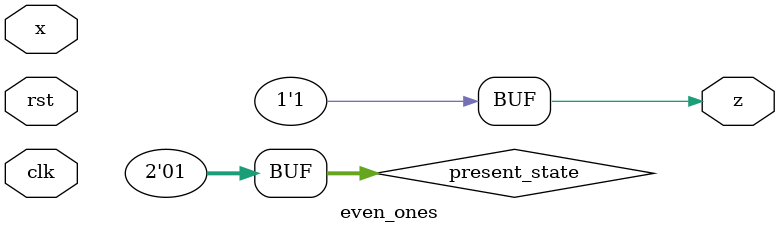
<source format=v>
module even_ones(x,clk,rst,z);
input x,clk,rst;
output reg z;
parameter even = 2'h1;
parameter          odd = 2'h2;
reg[1:0]present_state,next_state;

always@(posedge clk)
    begin
        if(rst)
            present_state<=even;
        else
            present_state<=next_state;
    end

    always@(*)
    begin
        present_state = even;
        case(present_state)
            even : begin
                    if(x==1)
                        next_state = odd;
                    else
                        next_state = even;
                end
            odd : begin
                    if(x==1)
                        next_state = even;
                    else
                        next_state = odd;
                end
                default : next_state = even;
            endcase
        end

        always@(present_state)
    begin
        case(present_state)
            even:z = 1;
            odd:z = 0;
            default:z = 0;
        endcase
    end
    endmodule




</source>
